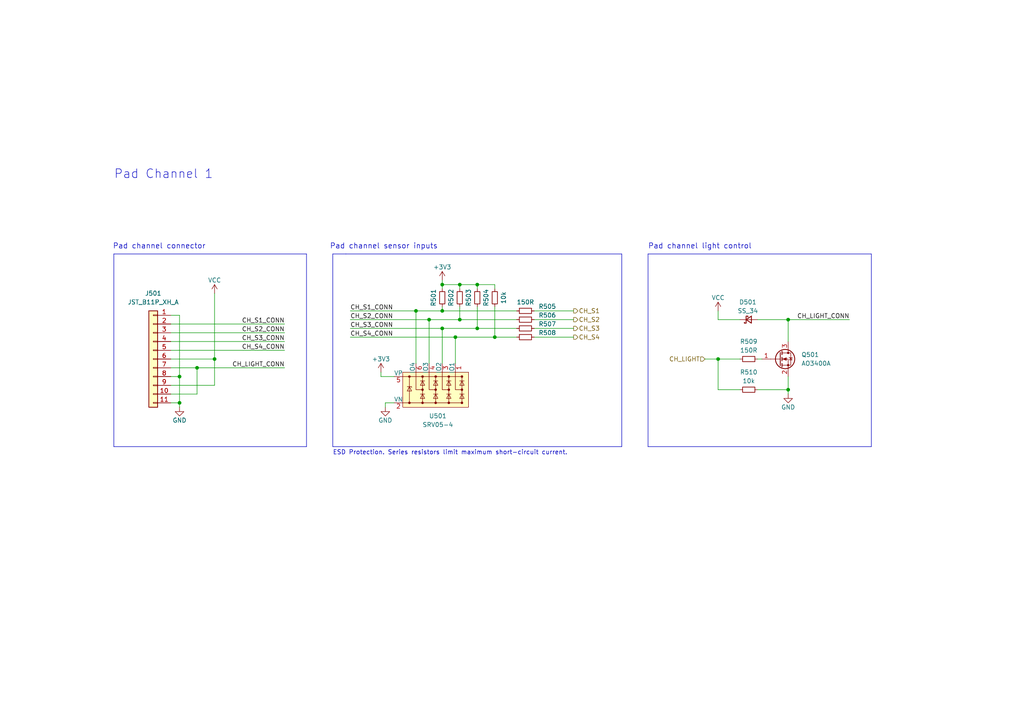
<source format=kicad_sch>
(kicad_sch (version 20221110) (generator eeschema)
  (paper "A4")
  (title_block (title "BD845-PWB") (date "2022-11-27") (rev "1") (company "BlueDot, Vincenzo Fortunato"))
  (lib_symbols
    (symbol "Connector_Generic:Conn_01x11" (pin_names (offset 1.016) hide)
      (property "Reference" "J" (at 0 15.24 0))
      (property "Value" "Conn_01x11" (at 0 -15.24 0))
      (symbol "Conn_01x11_1_1"
        (rectangle (start -1.27 -12.573) (end 0 -12.827) (stroke (width 0.1524)))
        (rectangle (start -1.27 -10.033) (end 0 -10.287) (stroke (width 0.1524)))
        (rectangle (start -1.27 -7.493) (end 0 -7.747) (stroke (width 0.1524)))
        (rectangle (start -1.27 -4.953) (end 0 -5.207) (stroke (width 0.1524)))
        (rectangle (start -1.27 -2.413) (end 0 -2.667) (stroke (width 0.1524)))
        (rectangle (start -1.27 0.127) (end 0 -0.127) (stroke (width 0.1524)))
        (rectangle (start -1.27 2.667) (end 0 2.413) (stroke (width 0.1524)))
        (rectangle (start -1.27 5.207) (end 0 4.953) (stroke (width 0.1524)))
        (rectangle (start -1.27 7.747) (end 0 7.493) (stroke (width 0.1524)))
        (rectangle (start -1.27 10.287) (end 0 10.033) (stroke (width 0.1524)))
        (rectangle (start -1.27 12.827) (end 0 12.573) (stroke (width 0.1524)))
        (rectangle (start -1.27 13.97) (end 1.27 -13.97) (stroke (width 0.254)) (fill (type background)))
        (pin passive line (at -5.08 12.7 0) (length 3.81) (name "Pin_1") (number "1"))
        (pin passive line (at -5.08 -10.16 0) (length 3.81) (name "Pin_10") (number "10"))
        (pin passive line (at -5.08 -12.7 0) (length 3.81) (name "Pin_11") (number "11"))
        (pin passive line (at -5.08 10.16 0) (length 3.81) (name "Pin_2") (number "2"))
        (pin passive line (at -5.08 7.62 0) (length 3.81) (name "Pin_3") (number "3"))
        (pin passive line (at -5.08 5.08 0) (length 3.81) (name "Pin_4") (number "4"))
        (pin passive line (at -5.08 2.54 0) (length 3.81) (name "Pin_5") (number "5"))
        (pin passive line (at -5.08 0 0) (length 3.81) (name "Pin_6") (number "6"))
        (pin passive line (at -5.08 -2.54 0) (length 3.81) (name "Pin_7") (number "7"))
        (pin passive line (at -5.08 -5.08 0) (length 3.81) (name "Pin_8") (number "8"))
        (pin passive line (at -5.08 -7.62 0) (length 3.81) (name "Pin_9") (number "9"))
      )
    )
    (symbol "Device:D_Schottky_Small" (pin_numbers hide) (pin_names (offset 0.254) hide)
      (property "Reference" "D" (at -1.27 2.032 0))
      (property "Value" "D_Schottky_Small" (at -7.112 -2.032 0))
      (symbol "D_Schottky_Small_0_1"
        (polyline (pts (xy -0.762 0) (xy 0.762 0)))
        (polyline (pts (xy 0.762 -1.016) (xy -0.762 0) (xy 0.762 1.016) (xy 0.762 -1.016)) (stroke (width 0.254)))
        (polyline (pts (xy -1.27 0.762) (xy -1.27 1.016) (xy -0.762 1.016) (xy -0.762 -1.016) (xy -0.254 -1.016) (xy -0.254 -0.762)) (stroke (width 0.254)))
      )
      (symbol "D_Schottky_Small_1_1"
        (pin passive line (at -2.54 0 0) (length 1.778) (name "K") (number "1"))
        (pin passive line (at 2.54 0 180) (length 1.778) (name "A") (number "2"))
      )
    )
    (symbol "Device:R_Small" (pin_numbers hide) (pin_names (offset 0.254) hide)
      (property "Reference" "R" (at 0.762 0.508 0))
      (property "Value" "R_Small" (at 0.762 -1.016 0))
      (symbol "R_Small_0_1"
        (rectangle (start -0.762 1.778) (end 0.762 -1.778) (stroke (width 0.2032)))
      )
      (symbol "R_Small_1_1"
        (pin passive line (at 0 2.54 270) (length 0.762) (name "~") (number "1"))
        (pin passive line (at 0 -2.54 90) (length 0.762) (name "~") (number "2"))
      )
    )
    (symbol "ProjectLibrary:SRV05-4" (pin_names (offset 0))
      (property "Reference" "U" (at -7.62 -6.985 0))
      (property "Value" "SRV05-4" (at 0 -6.985 0))
      (symbol "SRV05-4_0_0"
        (polyline (pts (xy -6.985 -3.81) (xy -6.985 3.81)))
        (polyline (pts (xy -3.175 -3.81) (xy -3.175 3.81)))
        (polyline (pts (xy 0.635 -3.81) (xy 0.635 3.81)))
        (polyline (pts (xy 4.445 -3.81) (xy 4.445 3.81)))
      )
      (symbol "SRV05-4_0_1"
        (rectangle (start -8.89 5.08) (end 10.16 -5.08) (fill (type background)))
        (circle (center -6.985 -3.81) (radius 0.2794) (fill (type outline)))
        (circle (center -6.985 0) (radius 0.2794) (fill (type outline)))
        (circle (center -6.985 3.81) (radius 0.2794) (fill (type outline)))
        (circle (center -3.175 -3.81) (radius 0.2794) (fill (type outline)))
        (circle (center -3.175 0) (radius 0.2794) (fill (type outline)))
        (circle (center -3.175 3.81) (radius 0.2794) (fill (type outline)))
        (polyline (pts (xy -6.35 -1.27) (xy -7.62 -1.27)))
        (polyline (pts (xy -6.35 2.54) (xy -7.62 2.54)))
        (polyline (pts (xy -2.54 -1.27) (xy -3.81 -1.27)))
        (polyline (pts (xy -2.54 2.54) (xy -3.81 2.54)))
        (polyline (pts (xy 1.27 -1.27) (xy 0 -1.27)))
        (polyline (pts (xy 1.27 2.54) (xy 0 2.54)))
        (polyline (pts (xy 5.08 -1.27) (xy 3.81 -1.27)))
        (polyline (pts (xy 5.08 2.54) (xy 3.81 2.54)))
        (polyline (pts (xy 8.255 3.81) (xy 8.255 -3.81)))
        (polyline (pts (xy 10.16 -3.81) (xy -6.985 -3.81)))
        (polyline (pts (xy 10.16 3.81) (xy -6.985 3.81)))
        (polyline (pts (xy -6.985 0) (xy -5.08 0) (xy -5.08 5.08)))
        (polyline (pts (xy -3.175 0) (xy -1.27 0) (xy -1.27 5.08)))
        (polyline (pts (xy 0.635 0) (xy 2.54 0) (xy 2.54 5.08)))
        (polyline (pts (xy 4.445 0) (xy 6.35 0) (xy 6.35 5.08)))
        (polyline (pts (xy 8.89 0.889) (xy 7.62 0.889) (xy 7.62 0.635)))
        (polyline (pts (xy -6.35 -2.54) (xy -7.62 -2.54) (xy -6.985 -1.27) (xy -6.35 -2.54)))
        (polyline (pts (xy -6.35 1.27) (xy -7.62 1.27) (xy -6.985 2.54) (xy -6.35 1.27)))
        (polyline (pts (xy -2.54 -2.54) (xy -3.81 -2.54) (xy -3.175 -1.27) (xy -2.54 -2.54)))
        (polyline (pts (xy -2.54 1.27) (xy -3.81 1.27) (xy -3.175 2.54) (xy -2.54 1.27)))
        (polyline (pts (xy 1.27 -2.54) (xy 0 -2.54) (xy 0.635 -1.27) (xy 1.27 -2.54)))
        (polyline (pts (xy 1.27 1.27) (xy 0 1.27) (xy 0.635 2.54) (xy 1.27 1.27)))
        (polyline (pts (xy 5.08 -2.54) (xy 3.81 -2.54) (xy 4.445 -1.27) (xy 5.08 -2.54)))
        (polyline (pts (xy 5.08 1.27) (xy 3.81 1.27) (xy 4.445 2.54) (xy 5.08 1.27)))
        (polyline (pts (xy 8.89 -0.381) (xy 7.62 -0.381) (xy 8.255 0.889) (xy 8.89 -0.381)))
        (circle (center 0.635 -3.81) (radius 0.2794) (fill (type outline)))
        (circle (center 0.635 0) (radius 0.2794) (fill (type outline)))
        (circle (center 0.635 3.81) (radius 0.2794) (fill (type outline)))
        (circle (center 4.445 -3.81) (radius 0.2794) (fill (type outline)))
        (circle (center 4.445 0) (radius 0.2794) (fill (type outline)))
        (circle (center 4.445 3.81) (radius 0.2794) (fill (type outline)))
        (circle (center 8.255 -3.81) (radius 0.2794) (fill (type outline)))
        (circle (center 8.255 3.81) (radius 0.2794) (fill (type outline)))
      )
      (symbol "SRV05-4_1_1"
        (pin passive line (at -5.08 7.62 270) (length 2.54) (name "IO1") (number "1"))
        (pin passive line (at 12.7 -3.81 180) (length 2.54) (name "VN") (number "2"))
        (pin passive line (at -1.27 7.62 270) (length 2.54) (name "IO2") (number "3"))
        (pin passive line (at 2.54 7.62 270) (length 2.54) (name "IO3") (number "4"))
        (pin passive line (at 12.7 3.81 180) (length 2.54) (name "VP") (number "5"))
        (pin passive line (at 6.35 7.62 270) (length 2.54) (name "IO4") (number "6"))
      )
    )
    (symbol "Transistor_FET:AO3400A" (pin_names hide)
      (property "Reference" "Q" (at 5.08 1.905 0))
      (property "Value" "AO3400A" (at 5.08 0 0))
      (symbol "AO3400A_0_1"
        (polyline (pts (xy 0.254 0) (xy -2.54 0)))
        (polyline (pts (xy 0.254 1.905) (xy 0.254 -1.905)) (stroke (width 0.254)))
        (polyline (pts (xy 0.762 -1.27) (xy 0.762 -2.286)) (stroke (width 0.254)))
        (polyline (pts (xy 0.762 0.508) (xy 0.762 -0.508)) (stroke (width 0.254)))
        (polyline (pts (xy 0.762 2.286) (xy 0.762 1.27)) (stroke (width 0.254)))
        (polyline (pts (xy 2.54 2.54) (xy 2.54 1.778)))
        (polyline (pts (xy 2.54 -2.54) (xy 2.54 0) (xy 0.762 0)))
        (polyline (pts (xy 0.762 -1.778) (xy 3.302 -1.778) (xy 3.302 1.778) (xy 0.762 1.778)))
        (polyline (pts (xy 1.016 0) (xy 2.032 0.381) (xy 2.032 -0.381) (xy 1.016 0)) (fill (type outline)))
        (polyline (pts (xy 2.794 0.508) (xy 2.921 0.381) (xy 3.683 0.381) (xy 3.81 0.254)))
        (polyline (pts (xy 3.302 0.381) (xy 2.921 -0.254) (xy 3.683 -0.254) (xy 3.302 0.381)))
        (circle (center 1.651 0) (radius 2.794) (stroke (width 0.254)))
        (circle (center 2.54 -1.778) (radius 0.254) (fill (type outline)))
        (circle (center 2.54 1.778) (radius 0.254) (fill (type outline)))
      )
      (symbol "AO3400A_1_1"
        (pin input line (at -5.08 0 0) (length 2.54) (name "G") (number "1"))
        (pin passive line (at 2.54 -5.08 90) (length 2.54) (name "S") (number "2"))
        (pin passive line (at 2.54 5.08 270) (length 2.54) (name "D") (number "3"))
      )
    )
    (symbol "power:+3V3" (power) (pin_names (offset 0))
      (property "Value" "+3V3" (at 0 3.556 0))
      (symbol "+3V3_0_1"
        (polyline (pts (xy -0.762 1.27) (xy 0 2.54)))
        (polyline (pts (xy 0 0) (xy 0 2.54)))
        (polyline (pts (xy 0 2.54) (xy 0.762 1.27)))
      )
      (symbol "+3V3_1_1"
        (pin power_in line (at 0 0 90) (length 0) hide (name "+3V3") (number "1"))
      )
    )
    (symbol "power:GND" (power) (pin_names (offset 0))
      (property "Value" "GND" (at 0 -3.81 0))
      (symbol "GND_0_1"
        (polyline (pts (xy 0 0) (xy 0 -1.27) (xy 1.27 -1.27) (xy 0 -2.54) (xy -1.27 -1.27) (xy 0 -1.27)))
      )
      (symbol "GND_1_1"
        (pin power_in line (at 0 0 270) (length 0) hide (name "GND") (number "1"))
      )
    )
    (symbol "power:VCC" (power) (pin_names (offset 0))
      (property "Value" "VCC" (at 0 3.81 0))
      (symbol "VCC_0_1"
        (polyline (pts (xy -0.762 1.27) (xy 0 2.54)))
        (polyline (pts (xy 0 0) (xy 0 2.54)))
        (polyline (pts (xy 0 2.54) (xy 0.762 1.27)))
      )
      (symbol "VCC_1_1"
        (pin power_in line (at 0 0 90) (length 0) hide (name "VCC") (number "1"))
      )
    )
  )
  (junction (at 120.65 90.17))
  (junction (at 128.27 90.17))
  (junction (at 138.43 82.55))
  (junction (at 133.35 82.55))
  (junction (at 132.08 97.79))
  (junction (at 128.27 95.25))
  (junction (at 128.27 82.55))
  (junction (at 138.43 95.25))
  (junction (at 208.28 104.14))
  (junction (at 52.07 109.22))
  (junction (at 124.46 92.71))
  (junction (at 228.6 92.71))
  (junction (at 62.23 104.14))
  (junction (at 133.35 92.71))
  (junction (at 228.6 113.03))
  (junction (at 52.07 116.84))
  (junction (at 143.51 97.79))
  (junction (at 57.15 106.68))
  (wire (pts (xy 52.07 116.84) (xy 52.07 109.22)))
  (polyline (pts (xy 33.02 129.54) (xy 88.9 129.54)))
  (polyline (pts (xy 96.52 129.54) (xy 96.52 73.66)))
  (wire (pts (xy 133.35 82.55) (xy 133.35 83.82)))
  (wire (pts (xy 219.71 92.71) (xy 228.6 92.71)))
  (wire (pts (xy 62.23 104.14) (xy 49.53 104.14)))
  (wire (pts (xy 49.53 114.3) (xy 57.15 114.3)))
  (wire (pts (xy 208.28 92.71) (xy 208.28 90.17)))
  (wire (pts (xy 214.63 92.71) (xy 208.28 92.71)))
  (wire (pts (xy 132.08 97.79) (xy 132.08 105.41)))
  (wire (pts (xy 52.07 109.22) (xy 52.07 91.44)))
  (wire (pts (xy 208.28 104.14) (xy 214.63 104.14)))
  (wire (pts (xy 166.37 92.71) (xy 154.94 92.71)))
  (wire (pts (xy 228.6 113.03) (xy 228.6 109.22)))
  (wire (pts (xy 138.43 82.55) (xy 138.43 83.82)))
  (wire (pts (xy 128.27 82.55) (xy 128.27 83.82)))
  (polyline (pts (xy 180.34 129.54) (xy 96.52 129.54)))
  (wire (pts (xy 128.27 95.25) (xy 128.27 105.41)))
  (wire (pts (xy 133.35 92.71) (xy 124.46 92.71)))
  (wire (pts (xy 52.07 116.84) (xy 52.07 118.11)))
  (wire (pts (xy 149.86 92.71) (xy 133.35 92.71)))
  (wire (pts (xy 120.65 90.17) (xy 120.65 105.41)))
  (wire (pts (xy 128.27 81.28) (xy 128.27 82.55)))
  (wire (pts (xy 49.53 109.22) (xy 52.07 109.22)))
  (wire (pts (xy 228.6 92.71) (xy 228.6 99.06)))
  (wire (pts (xy 82.55 96.52) (xy 49.53 96.52)))
  (wire (pts (xy 110.49 109.22) (xy 110.49 107.95)))
  (wire (pts (xy 204.47 104.14) (xy 208.28 104.14)))
  (polyline (pts (xy 252.73 129.54) (xy 187.96 129.54)))
  (wire (pts (xy 101.6 97.79) (xy 132.08 97.79)))
  (polyline (pts (xy 187.96 73.66) (xy 187.96 129.54)))
  (wire (pts (xy 166.37 97.79) (xy 154.94 97.79)))
  (wire (pts (xy 143.51 97.79) (xy 132.08 97.79)))
  (wire (pts (xy 143.51 82.55) (xy 143.51 83.82)))
  (wire (pts (xy 62.23 104.14) (xy 62.23 85.09)))
  (wire (pts (xy 82.55 99.06) (xy 49.53 99.06)))
  (wire (pts (xy 49.53 111.76) (xy 62.23 111.76)))
  (wire (pts (xy 52.07 91.44) (xy 49.53 91.44)))
  (wire (pts (xy 166.37 95.25) (xy 154.94 95.25)))
  (wire (pts (xy 82.55 93.98) (xy 49.53 93.98)))
  (wire (pts (xy 208.28 113.03) (xy 208.28 104.14)))
  (wire (pts (xy 149.86 95.25) (xy 138.43 95.25)))
  (wire (pts (xy 124.46 92.71) (xy 124.46 105.41)))
  (wire (pts (xy 214.63 113.03) (xy 208.28 113.03)))
  (polyline (pts (xy 96.52 73.66) (xy 100.33 73.66)))
  (wire (pts (xy 128.27 90.17) (xy 120.65 90.17)))
  (wire (pts (xy 133.35 82.55) (xy 138.43 82.55)))
  (wire (pts (xy 49.53 116.84) (xy 52.07 116.84)))
  (wire (pts (xy 101.6 95.25) (xy 128.27 95.25)))
  (wire (pts (xy 114.3 116.84) (xy 111.76 116.84)))
  (polyline (pts (xy 33.02 73.66) (xy 33.02 129.54)))
  (wire (pts (xy 57.15 106.68) (xy 49.53 106.68)))
  (polyline (pts (xy 100.33 73.66) (xy 180.34 73.66)))
  (wire (pts (xy 219.71 113.03) (xy 228.6 113.03)))
  (wire (pts (xy 128.27 82.55) (xy 133.35 82.55)))
  (wire (pts (xy 149.86 97.79) (xy 143.51 97.79)))
  (wire (pts (xy 219.71 104.14) (xy 220.98 104.14)))
  (wire (pts (xy 166.37 90.17) (xy 154.94 90.17)))
  (polyline (pts (xy 88.9 129.54) (xy 88.9 73.66)))
  (wire (pts (xy 143.51 97.79) (xy 143.51 88.9)))
  (polyline (pts (xy 252.73 73.66) (xy 252.73 129.54)))
  (wire (pts (xy 138.43 88.9) (xy 138.43 95.25)))
  (wire (pts (xy 246.38 92.71) (xy 228.6 92.71)))
  (polyline (pts (xy 187.96 73.66) (xy 252.73 73.66)))
  (wire (pts (xy 228.6 113.03) (xy 228.6 114.3)))
  (wire (pts (xy 133.35 88.9) (xy 133.35 92.71)))
  (wire (pts (xy 101.6 92.71) (xy 124.46 92.71)))
  (wire (pts (xy 57.15 106.68) (xy 57.15 114.3)))
  (polyline (pts (xy 180.34 73.66) (xy 180.34 129.54)))
  (wire (pts (xy 114.3 109.22) (xy 110.49 109.22)))
  (wire (pts (xy 128.27 88.9) (xy 128.27 90.17)))
  (polyline (pts (xy 33.02 73.66) (xy 88.9 73.66)))
  (wire (pts (xy 82.55 106.68) (xy 57.15 106.68)))
  (wire (pts (xy 111.76 116.84) (xy 111.76 118.11)))
  (wire (pts (xy 138.43 95.25) (xy 128.27 95.25)))
  (wire (pts (xy 149.86 90.17) (xy 128.27 90.17)))
  (wire (pts (xy 101.6 90.17) (xy 120.65 90.17)))
  (wire (pts (xy 62.23 111.76) (xy 62.23 104.14)))
  (wire (pts (xy 138.43 82.55) (xy 143.51 82.55)))
  (wire (pts (xy 82.55 101.6) (xy 49.53 101.6)))
  (text "Pad channel connector" (at 59.69 72.39 0) (effects (font (size 1.524 1.524)) (justify right bottom)))
  (text "ESD Protection. Series resistors limit maximum short-circuit current.\n" (at 96.52 132.08 0) (effects (font (size 1.27 1.27)) (justify left bottom)))
  (text "Pad channel sensor inputs" (at 127 72.39 0) (effects (font (size 1.524 1.524)) (justify right bottom)))
  (text "Pad Channel 1" (at 33.02 52.07 0) (effects (font (size 2.54 2.54)) (justify left bottom)))
  (text "Pad channel light control" (at 187.96 72.39 0) (effects (font (size 1.524 1.524)) (justify left bottom)))
  (label "CH_S1_CONN" (at 101.6 90.17 0))
  (label "CH_S3_CONN" (at 101.6 95.25 0))
  (label "CH_S2_CONN" (at 101.6 92.71 0))
  (label "CH_S4_CONN" (at 82.55 101.6 180))
  (label "CH_S4_CONN" (at 101.6 97.79 0))
  (label "CH_S1_CONN" (at 82.55 93.98 180))
  (label "CH_S3_CONN" (at 82.55 99.06 180))
  (label "CH_LIGHT_CONN" (at 246.38 92.71 180))
  (label "CH_S2_CONN" (at 82.55 96.52 180))
  (label "CH_LIGHT_CONN" (at 82.55 106.68 180))
  (hierarchical_label "CH_S2" (shape output) (at 166.37 92.71 0))
  (hierarchical_label "CH_LIGHT" (shape input) (at 204.47 104.14 180))
  (hierarchical_label "CH_S3" (shape output) (at 166.37 95.25 0))
  (hierarchical_label "CH_S1" (shape output) (at 166.37 90.17 0))
  (hierarchical_label "CH_S4" (shape output) (at 166.37 97.79 0))
  (symbol (lib_id "power:VCC") (at 62.23 85.09 0) (unit 1)
    (property "Reference" "#PWR?" (effects hide))
    (property "Value" "VCC" (at 62.23 81.28 0))
  )
  (symbol (lib_id "Device:R_Small") (at 217.17 113.03 270) (unit 1)
    (property "Reference" "R510" (at 217.17 107.95 90))
    (property "Value" "10k" (at 217.17 110.49 90))
    (instances (project "bd845-pwb" (path "" (reference "R510") (unit 1) (value "10k") (footprint "")) (path "" (reference "R?") (unit 1) (value "10k") (footprint "")) (path "" (reference "R610") (unit 1) (value "10k") (footprint "")) (path "" (reference "R710") (unit 1) (value "10k") (footprint "")) (path "" (reference "R810") (unit 1) (value "10k") (footprint "")) (path "" (reference "R910") (unit 1) (value "10k") (footprint ""))))
  )
  (symbol (lib_id "ProjectLibrary:SRV05-4") (at 127 113.03 0) (mirror y) (unit 1)
    (property "Reference" "U501" (at 127 120.65 0))
    (property "Value" "SRV05-4" (at 127 123.19 0))
    (property "Footprint" "Package_TO_SOT_SMD:SOT-23-6" (effects hide))
    (property "Datasheet" "http://www.onsemi.com/pub/Collateral/SRV05-4-D.PDF" (effects hide))
    (instances (project "bd845-pwb" (path "" (reference "U501") (unit 1) (value "SRV05-4") (footprint "Package_TO_SOT_SMD:SOT-23-6")) (path "" (reference "U?") (unit 1) (value "SRV05-4") (footprint "Package_TO_SOT_SMD:SOT-23-6")) (path "" (reference "U601") (unit 1) (value "SRV05-4") (footprint "Package_TO_SOT_SMD:SOT-23-6")) (path "" (reference "U701") (unit 1) (value "SRV05-4") (footprint "Package_TO_SOT_SMD:SOT-23-6")) (path "" (reference "U801") (unit 1) (value "SRV05-4") (footprint "Package_TO_SOT_SMD:SOT-23-6")) (path "" (reference "U901") (unit 1) (value "SRV05-4") (footprint "Package_TO_SOT_SMD:SOT-23-6"))))
  )
  (symbol (lib_id "Device:R_Small") (at 133.35 86.36 0) (unit 1)
    (property "Reference" "R502" (at 130.81 86.36 90))
    (property "Value" "10k" (effects hide))
    (instances (project "bd845-pwb" (path "" (reference "R502") (unit 1) (value "10k") (footprint "")) (path "" (reference "R?") (unit 1) (value "10k") (footprint "")) (path "" (reference "R602") (unit 1) (value "10k") (footprint "")) (path "" (reference "R702") (unit 1) (value "10k") (footprint "")) (path "" (reference "R802") (unit 1) (value "10k") (footprint "")) (path "" (reference "R902") (unit 1) (value "10k") (footprint ""))))
  )
  (symbol (lib_id "Connector_Generic:Conn_01x11") (at 44.45 104.14 0) (mirror y) (unit 1)
    (property "Reference" "J501" (at 44.45 85.09 0))
    (property "Value" "JST_B11P_XH_A" (at 44.45 87.63 0))
    (instances (project "bd845-pwb" (path "" (reference "J501") (unit 1) (value "JST_B11P_XH_A") (footprint "")) (path "" (reference "J?") (unit 1) (value "JST_B11P_XH_A") (footprint "")) (path "" (reference "J601") (unit 1) (value "JST_B11P_XH_A") (footprint "")) (path "" (reference "J701") (unit 1) (value "JST_B11P_XH_A") (footprint "")) (path "" (reference "J801") (unit 1) (value "JST_B11P_XH_A") (footprint "")) (path "" (reference "J901") (unit 1) (value "JST_B11P_XH_A") (footprint ""))))
  )
  (symbol (lib_id "Device:R_Small") (at 128.27 86.36 0) (unit 1)
    (property "Reference" "R501" (at 125.73 86.36 90))
    (property "Value" "10k" (at 146.05 86.36 90))
    (instances (project "bd845-pwb" (path "" (reference "R501") (unit 1) (value "10k") (footprint "")) (path "" (reference "R?") (unit 1) (value "10k") (footprint "")) (path "" (reference "R601") (unit 1) (value "10k") (footprint "")) (path "" (reference "R701") (unit 1) (value "10k") (footprint "")) (path "" (reference "R801") (unit 1) (value "10k") (footprint "")) (path "" (reference "R901") (unit 1) (value "10k") (footprint ""))))
  )
  (symbol (lib_id "power:GND") (at 52.07 118.11 0) (unit 1)
    (property "Reference" "#PWR?" (effects hide))
    (property "Value" "GND" (at 52.07 121.92 0))
  )
  (symbol (lib_id "power:+3V3") (at 110.49 107.95 0) (mirror y) (unit 1)
    (property "Reference" "#PWR?" (effects hide))
    (property "Value" "+3V3" (at 110.49 104.14 0))
  )
  (symbol (lib_id "Transistor_FET:AO3400A") (at 226.06 104.14 0) (unit 1)
    (property "Reference" "Q501" (at 232.41 102.87 0) (effects (justify left)))
    (property "Value" "AO3400A" (at 232.41 105.41 0) (effects (justify left)))
    (property "Footprint" "Package_TO_SOT_SMD:SOT-23" (effects hide))
    (property "Datasheet" "http://www.aosmd.com/pdfs/datasheet/AO3400A.pdf" (effects hide))
    (instances (project "bd845-pwb" (path "" (reference "Q501") (unit 1) (value "AO3400A") (footprint "Package_TO_SOT_SMD:SOT-23")) (path "" (reference "Q?") (unit 1) (value "AO3400A") (footprint "Package_TO_SOT_SMD:SOT-23")) (path "" (reference "Q601") (unit 1) (value "AO3400A") (footprint "Package_TO_SOT_SMD:SOT-23")) (path "" (reference "Q701") (unit 1) (value "AO3400A") (footprint "Package_TO_SOT_SMD:SOT-23")) (path "" (reference "Q801") (unit 1) (value "AO3400A") (footprint "Package_TO_SOT_SMD:SOT-23")) (path "" (reference "Q901") (unit 1) (value "AO3400A") (footprint "Package_TO_SOT_SMD:SOT-23"))))
  )
  (symbol (lib_id "Device:R_Small") (at 152.4 90.17 270) (unit 1)
    (property "Reference" "R505" (at 158.75 88.9 90))
    (property "Value" "150R" (at 152.4 87.63 90))
    (instances (project "bd845-pwb" (path "" (reference "R505") (unit 1) (value "150R") (footprint "")) (path "" (reference "R?") (unit 1) (value "150R") (footprint "")) (path "" (reference "R605") (unit 1) (value "150R") (footprint "")) (path "" (reference "R705") (unit 1) (value "150R") (footprint "")) (path "" (reference "R805") (unit 1) (value "150R") (footprint "")) (path "" (reference "R905") (unit 1) (value "150R") (footprint ""))))
  )
  (symbol (lib_id "power:+3V3") (at 128.27 81.28 0) (unit 1)
    (property "Reference" "#PWR?" (effects hide))
    (property "Value" "+3V3" (at 128.27 77.47 0))
  )
  (symbol (lib_id "Device:R_Small") (at 138.43 86.36 0) (unit 1)
    (property "Reference" "R503" (at 135.89 86.36 90))
    (property "Value" "10k" (effects hide))
    (instances (project "bd845-pwb" (path "" (reference "R503") (unit 1) (value "10k") (footprint "")) (path "" (reference "R?") (unit 1) (value "10k") (footprint "")) (path "" (reference "R603") (unit 1) (value "10k") (footprint "")) (path "" (reference "R703") (unit 1) (value "10k") (footprint "")) (path "" (reference "R803") (unit 1) (value "10k") (footprint "")) (path "" (reference "R903") (unit 1) (value "10k") (footprint ""))))
  )
  (symbol (lib_id "power:VCC") (at 208.28 90.17 0) (mirror y) (unit 1)
    (property "Reference" "#PWR?" (effects hide))
    (property "Value" "VCC" (at 208.28 86.36 0))
  )
  (symbol (lib_id "Device:R_Small") (at 217.17 104.14 270) (unit 1)
    (property "Reference" "R509" (at 217.17 99.06 90))
    (property "Value" "150R" (at 217.17 101.6 90))
    (instances (project "bd845-pwb" (path "" (reference "R509") (unit 1) (value "150R") (footprint "")) (path "" (reference "R?") (unit 1) (value "150R") (footprint "")) (path "" (reference "R609") (unit 1) (value "150R") (footprint "")) (path "" (reference "R709") (unit 1) (value "150R") (footprint "")) (path "" (reference "R809") (unit 1) (value "150R") (footprint "")) (path "" (reference "R909") (unit 1) (value "150R") (footprint ""))))
  )
  (symbol (lib_id "Device:R_Small") (at 152.4 92.71 270) (unit 1)
    (property "Reference" "R506" (at 158.75 91.44 90))
    (property "Value" "150R" (effects hide))
    (instances (project "bd845-pwb" (path "" (reference "R506") (unit 1) (value "150R") (footprint "")) (path "" (reference "R?") (unit 1) (value "150R") (footprint "")) (path "" (reference "R606") (unit 1) (value "150R") (footprint "")) (path "" (reference "R706") (unit 1) (value "150R") (footprint "")) (path "" (reference "R806") (unit 1) (value "150R") (footprint "")) (path "" (reference "R906") (unit 1) (value "150R") (footprint ""))))
  )
  (symbol (lib_id "Device:R_Small") (at 152.4 97.79 270) (unit 1)
    (property "Reference" "R508" (at 158.75 96.52 90))
    (property "Value" "150R" (effects hide))
    (instances (project "bd845-pwb" (path "" (reference "R508") (unit 1) (value "150R") (footprint "")) (path "" (reference "R?") (unit 1) (value "150R") (footprint "")) (path "" (reference "R608") (unit 1) (value "150R") (footprint "")) (path "" (reference "R708") (unit 1) (value "150R") (footprint "")) (path "" (reference "R808") (unit 1) (value "150R") (footprint "")) (path "" (reference "R908") (unit 1) (value "150R") (footprint ""))))
  )
  (symbol (lib_id "Device:R_Small") (at 152.4 95.25 270) (unit 1)
    (property "Reference" "R507" (at 158.75 93.98 90))
    (property "Value" "150R" (effects hide))
    (instances (project "bd845-pwb" (path "" (reference "R507") (unit 1) (value "150R") (footprint "")) (path "" (reference "R?") (unit 1) (value "150R") (footprint "")) (path "" (reference "R607") (unit 1) (value "150R") (footprint "")) (path "" (reference "R707") (unit 1) (value "150R") (footprint "")) (path "" (reference "R807") (unit 1) (value "150R") (footprint "")) (path "" (reference "R907") (unit 1) (value "150R") (footprint ""))))
  )
  (symbol (lib_id "Device:D_Schottky_Small") (at 217.17 92.71 0) (mirror x) (unit 1)
    (property "Reference" "D501" (at 216.916 87.63 0))
    (property "Value" "SS_34" (at 216.916 90.17 0))
    (instances (project "bd845-pwb" (path "" (reference "D501") (unit 1) (value "SS_34") (footprint "")) (path "" (reference "D?") (unit 1) (value "SS_34") (footprint "")) (path "" (reference "D601") (unit 1) (value "SS_34") (footprint "")) (path "" (reference "D701") (unit 1) (value "SS_34") (footprint "")) (path "" (reference "D801") (unit 1) (value "SS_34") (footprint "")) (path "" (reference "D901") (unit 1) (value "SS_34") (footprint ""))))
  )
  (symbol (lib_id "power:GND") (at 228.6 114.3 0) (unit 1)
    (property "Reference" "#PWR?" (effects hide))
    (property "Value" "GND" (at 228.6 118.11 0))
  )
  (symbol (lib_id "power:GND") (at 111.76 118.11 0) (mirror y) (unit 1)
    (property "Reference" "#PWR?" (effects hide))
    (property "Value" "GND" (at 111.76 121.92 0))
  )
  (symbol (lib_id "Device:R_Small") (at 143.51 86.36 0) (unit 1)
    (property "Reference" "R504" (at 140.97 86.36 90))
    (property "Value" "10k" (effects hide))
    (instances (project "bd845-pwb" (path "" (reference "R504") (unit 1) (value "10k") (footprint "")) (path "" (reference "R?") (unit 1) (value "10k") (footprint "")) (path "" (reference "R604") (unit 1) (value "10k") (footprint "")) (path "" (reference "R704") (unit 1) (value "10k") (footprint "")) (path "" (reference "R804") (unit 1) (value "10k") (footprint "")) (path "" (reference "R904") (unit 1) (value "10k") (footprint ""))))
  )
)
</source>
